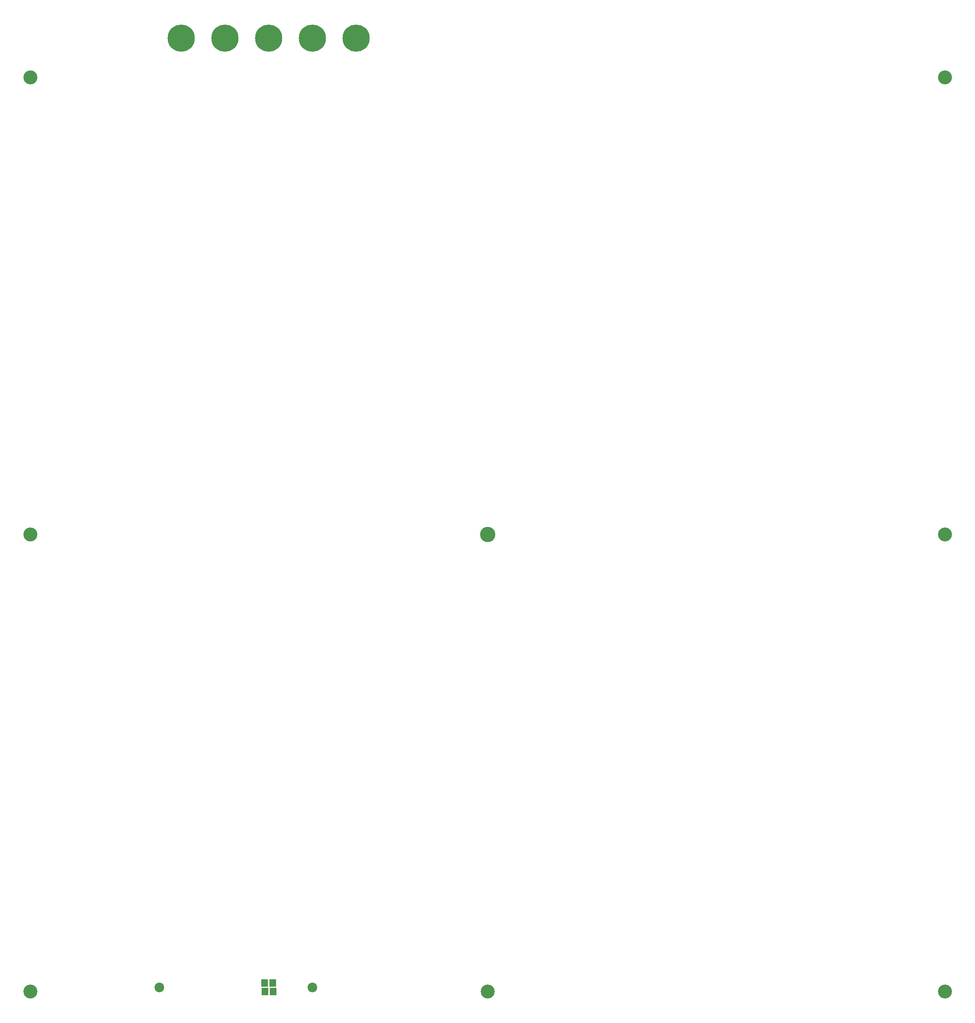
<source format=gts>
G04 DipTrace 2.4.0.2*
%INTOP_MASK.GTS*%
%MOIN*%
%ADD23C,0.126*%
%ADD24C,0.1378*%
%ADD25C,0.0866*%
%ADD29C,0.2443*%
%ADD31R,0.0592X0.0671*%
%FSLAX44Y44*%
G04*
G70*
G90*
G75*
G01*
%LNTopMask*%
%LPD*%
D23*
X87208Y4924D3*
Y87208D3*
X4924Y4924D3*
Y87208D3*
D24*
X46066Y46066D3*
D23*
Y4924D3*
D25*
X16539Y5318D3*
D31*
X26007Y5712D3*
X26755D3*
X26775Y4924D3*
X26027D3*
D29*
X18507Y90751D3*
X34255D3*
X22444D3*
X30318D3*
X26381D3*
D25*
X30318Y5318D3*
D23*
X87208Y46066D3*
X4924D3*
M02*

</source>
